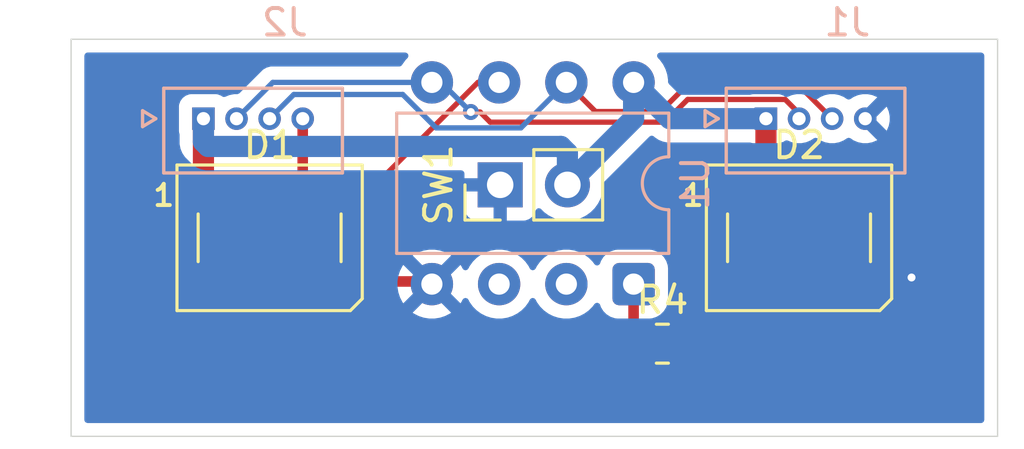
<source format=kicad_pcb>
(kicad_pcb (version 20241229) (generator "pcbnew") (generator_version "9.0")
  (layers (0 "F.Cu" signal) (2 "B.Cu" signal) (13 "F.Paste" user) (15 "B.Paste" user) (5 "F.SilkS" user "F.Silkscreen") (7 "B.SilkS" user "B.Silkscreen") (1 "F.Mask" user) (3 "B.Mask" user) (25 "Edge.Cuts" user))
  (net 0 "")
  (net 1 "Net-(D1-DOUT)")
  (net 2 "DIN")
  (net 3 "GND")
  (net 4 "+5V")
  (net 5 "SDA")
  (net 6 "SCL")
  (net 7 "Net-(U1-~{RESET}{slash}PB5)")
  (footprint "Resistor_SMD:R_0805_2012Metric" (layer "F.Cu") (at 72.3375 111.5)
    (property "Reference" "R4" (at 0 -1.65 0) (layer "F.SilkS"))
    (property "Value" "10k")
    (fp_line (start -0.227064 -0.735) (end 0.227064 -0.735) (stroke (width 0.12)) (layer "F.SilkS"))
    (fp_line (start -0.227064 0.735) (end 0.227064 0.735) (stroke (width 0.12)) (layer "F.SilkS"))
    (pad "1" smd roundrect (at -0.9125 0) (size 1.025 1.4) (layers "F.Cu" "F.Mask" "F.Paste") (roundrect_rratio 0.243902) (net 7 "Net-(U1-~{RESET}{slash}PB5)"))
    (pad "2" smd roundrect (at 0.9125 0) (size 1.025 1.4) (layers "F.Cu" "F.Mask" "F.Paste") (roundrect_rratio 0.243902) (net 4 "+5V"))
  )
  (footprint "LED_SMD:LED_WS2812B_PLCC4_5.0x5.0mm_P3.2mm" (layer "F.Cu") (at 77.5 107.5)
    (property "Reference" "D2" (at 0 -3.5 0) (layer "F.SilkS"))
    (property "Value" "WS2812B")
    (fp_line (start -3.5 -2.75) (end -3.5 2.75) (stroke (width 0.12)) (layer "F.SilkS"))
    (fp_line (start -3.5 -2.75) (end 3.5 -2.75) (stroke (width 0.12)) (layer "F.SilkS"))
    (fp_line (start -3.5 2.75) (end 3.05 2.75) (stroke (width 0.12)) (layer "F.SilkS"))
    (fp_line (start -2.7 0.9) (end -2.7 -0.9) (stroke (width 0.12)) (layer "F.SilkS"))
    (fp_line (start 2.7 0.9) (end 2.7 -0.9) (stroke (width 0.12)) (layer "F.SilkS"))
    (fp_line (start 3.05 2.75) (end 3.5 2.3) (stroke (width 0.12)) (layer "F.SilkS"))
    (fp_line (start 3.5 2.3) (end 3.5 -2.75) (stroke (width 0.12)) (layer "F.SilkS"))
    (fp_text user "1" (at -4 -1.6 0) (layer "F.SilkS") (effects (font (size 0.8 0.8))))
    (pad "1" smd roundrect (at -2.45 -1.65) (size 1.5 0.9) (layers "F.Cu" "F.Mask" "F.Paste") (roundrect_rratio 0.1) (net 4 "+5V"))
    (pad "2" smd roundrect (at -2.45 1.65) (size 1.5 0.9) (layers "F.Cu" "F.Mask" "F.Paste") (roundrect_rratio 0.1))
    (pad "3" smd roundrect (at 2.45 1.65) (size 1.5 0.9) (layers "F.Cu" "F.Mask" "F.Paste") (roundrect_rratio 0.1) (net 3 "GND"))
    (pad "4" smd roundrect (at 2.45 -1.65) (size 1.5 0.9) (layers "F.Cu" "F.Mask" "F.Paste") (roundrect_rratio 0.1) (net 1 "Net-(D1-DOUT)"))
  )
  (footprint "LED_SMD:LED_WS2812B_PLCC4_5.0x5.0mm_P3.2mm" (layer "F.Cu") (at 57.5 107.5)
    (property "Reference" "D1" (at 0 -3.5 0) (layer "F.SilkS"))
    (property "Value" "WS2812B")
    (fp_line (start -3.5 -2.75) (end -3.5 2.75) (stroke (width 0.12)) (layer "F.SilkS"))
    (fp_line (start -3.5 -2.75) (end 3.5 -2.75) (stroke (width 0.12)) (layer "F.SilkS"))
    (fp_line (start -3.5 2.75) (end 3.05 2.75) (stroke (width 0.12)) (layer "F.SilkS"))
    (fp_line (start -2.7 0.9) (end -2.7 -0.9) (stroke (width 0.12)) (layer "F.SilkS"))
    (fp_line (start 2.7 0.9) (end 2.7 -0.9) (stroke (width 0.12)) (layer "F.SilkS"))
    (fp_line (start 3.05 2.75) (end 3.5 2.3) (stroke (width 0.12)) (layer "F.SilkS"))
    (fp_line (start 3.5 2.3) (end 3.5 -2.75) (stroke (width 0.12)) (layer "F.SilkS"))
    (fp_text user "1" (at -4 -1.6 0) (layer "F.SilkS") (effects (font (size 0.8 0.8))))
    (pad "1" smd roundrect (at -2.45 -1.65) (size 1.5 0.9) (layers "F.Cu" "F.Mask" "F.Paste") (roundrect_rratio 0.1) (net 4 "+5V"))
    (pad "2" smd roundrect (at -2.45 1.65) (size 1.5 0.9) (layers "F.Cu" "F.Mask" "F.Paste") (roundrect_rratio 0.1) (net 1 "Net-(D1-DOUT)"))
    (pad "3" smd roundrect (at 2.45 1.65) (size 1.5 0.9) (layers "F.Cu" "F.Mask" "F.Paste") (roundrect_rratio 0.1) (net 3 "GND"))
    (pad "4" smd roundrect (at 2.45 -1.65) (size 1.5 0.9) (layers "F.Cu" "F.Mask" "F.Paste") (roundrect_rratio 0.1) (net 2 "DIN"))
  )
  (footprint "Connector_PinHeader_2.54mm:PinHeader_1x02_P2.54mm_Vertical" (layer "F.Cu") (at 66.21 105.5 90)
    (property "Reference" "SW1" (at 0 -2.33 90) (layer "F.SilkS"))
    (property "Value" "SW_Push")
    (fp_line (start -1.33 -1.33) (end 0 -1.33) (stroke (width 0.12)) (layer "F.SilkS"))
    (fp_line (start -1.33 0) (end -1.33 -1.33) (stroke (width 0.12)) (layer "F.SilkS"))
    (fp_line (start 1.33 1.27) (end 1.33 3.87) (stroke (width 0.12)) (layer "F.SilkS"))
    (fp_line (start -1.33 1.27) (end 1.33 1.27) (stroke (width 0.12)) (layer "F.SilkS"))
    (fp_line (start -1.33 1.27) (end -1.33 3.87) (stroke (width 0.12)) (layer "F.SilkS"))
    (fp_line (start -1.33 3.87) (end 1.33 3.87) (stroke (width 0.12)) (layer "F.SilkS"))
    (pad "1" thru_hole rect (at 0 0 90) (size 1.7 1.7) (drill 1) (layers "*.Cu" "*.Mask") (net 3 "GND"))
    (pad "2" thru_hole oval (at 0 2.54 90) (size 1.7 1.7) (drill 1) (layers "*.Cu" "*.Mask") (net 4 "+5V"))
  )
  (footprint "530470410:MOLEX_530470410" (layer "B.Cu") (at 76.25 103 180)
    (property "Reference" "J1" (at -3.075 3.635 0) (layer "B.SilkS") (effects (justify mirror)))
    (property "Value" "530470410")
    (fp_line (start 2.3 0.3) (end 2.3 -0.3) (stroke (width 0.127)) (layer "B.SilkS"))
    (fp_line (start 2.3 -0.3) (end 1.8 0) (stroke (width 0.127)) (layer "B.SilkS"))
    (fp_line (start 1.8 0) (end 2.3 0.3) (stroke (width 0.127)) (layer "B.SilkS"))
    (fp_line (start 1.5 1.15) (end 1.5 -2.05) (stroke (width 0.127)) (layer "B.SilkS"))
    (fp_line (start 1.5 -2.05) (end -5.25 -2.05) (stroke (width 0.127)) (layer "B.SilkS"))
    (fp_line (start -5.25 1.15) (end 1.5 1.15) (stroke (width 0.127)) (layer "B.SilkS"))
    (fp_line (start -5.25 -2.05) (end -5.25 1.15) (stroke (width 0.127)) (layer "B.SilkS"))
    (pad "1" thru_hole rect (at 0 0 180) (size 0.85 0.85) (drill 0.5) (layers "*.Cu") (net 4 "+5V"))
    (pad "2" thru_hole circle (at -1.25 0 180) (size 0.85 0.85) (drill 0.5) (layers "*.Cu") (net 5 "SDA"))
    (pad "3" thru_hole circle (at -2.5 0 180) (size 0.85 0.85) (drill 0.5) (layers "*.Cu") (net 6 "SCL"))
    (pad "4" thru_hole circle (at -3.75 0 180) (size 0.85 0.85) (drill 0.5) (layers "*.Cu") (net 3 "GND"))
  )
  (footprint "Package_DIP:DIP-8_W7.62mm" (layer "B.Cu") (at 71.25 109.25 90)
    (property "Reference" "U1" (at 3.81 2.33 90) (layer "B.SilkS") (effects (justify mirror)))
    (property "Value" "ATtiny85-20P")
    (fp_line (start 6.46 -8.95) (end 6.46 1.33) (stroke (width 0.12)) (layer "B.SilkS"))
    (fp_line (start 1.16 -8.95) (end 6.46 -8.95) (stroke (width 0.12)) (layer "B.SilkS"))
    (fp_line (start 6.46 1.33) (end 4.81 1.33) (stroke (width 0.12)) (layer "B.SilkS"))
    (fp_line (start 2.81 1.33) (end 1.16 1.33) (stroke (width 0.12)) (layer "B.SilkS"))
    (fp_line (start 1.16 1.33) (end 1.16 -8.95) (stroke (width 0.12)) (layer "B.SilkS"))
    (fp_arc (start 2.81 1.33) (mid 3.81 0.33) (end 4.81 1.33) (stroke (width 0.12)) (layer "B.SilkS"))
    (pad "1" thru_hole roundrect (at 0 0 90) (size 1.6 1.6) (drill 0.8) (layers "*.Cu" "*.Mask") (roundrect_rratio 0.15625) (net 7 "Net-(U1-~{RESET}{slash}PB5)"))
    (pad "2" thru_hole circle (at 0 -2.54 90) (size 1.6 1.6) (drill 0.8) (layers "*.Cu" "*.Mask"))
    (pad "3" thru_hole circle (at 0 -5.08 90) (size 1.6 1.6) (drill 0.8) (layers "*.Cu" "*.Mask"))
    (pad "4" thru_hole circle (at 0 -7.62 90) (size 1.6 1.6) (drill 0.8) (layers "*.Cu" "*.Mask") (net 3 "GND"))
    (pad "5" thru_hole circle (at 7.62 -7.62 90) (size 1.6 1.6) (drill 0.8) (layers "*.Cu" "*.Mask") (net 5 "SDA"))
    (pad "6" thru_hole circle (at 7.62 -5.08 90) (size 1.6 1.6) (drill 0.8) (layers "*.Cu" "*.Mask") (net 2 "DIN"))
    (pad "7" thru_hole circle (at 7.62 -2.54 90) (size 1.6 1.6) (drill 0.8) (layers "*.Cu" "*.Mask") (net 6 "SCL"))
    (pad "8" thru_hole circle (at 7.62 0 90) (size 1.6 1.6) (drill 0.8) (layers "*.Cu" "*.Mask") (net 4 "+5V"))
  )
  (footprint "530470410:MOLEX_530470410" (layer "B.Cu") (at 55 103 180)
    (property "Reference" "J2" (at -3.075 3.635 0) (layer "B.SilkS") (effects (justify mirror)))
    (property "Value" "530470410")
    (fp_line (start 2.3 0.3) (end 2.3 -0.3) (stroke (width 0.127)) (layer "B.SilkS"))
    (fp_line (start 2.3 -0.3) (end 1.8 0) (stroke (width 0.127)) (layer "B.SilkS"))
    (fp_line (start 1.8 0) (end 2.3 0.3) (stroke (width 0.127)) (layer "B.SilkS"))
    (fp_line (start 1.5 1.15) (end 1.5 -2.05) (stroke (width 0.127)) (layer "B.SilkS"))
    (fp_line (start 1.5 -2.05) (end -5.25 -2.05) (stroke (width 0.127)) (layer "B.SilkS"))
    (fp_line (start -5.25 1.15) (end 1.5 1.15) (stroke (width 0.127)) (layer "B.SilkS"))
    (fp_line (start -5.25 -2.05) (end -5.25 1.15) (stroke (width 0.127)) (layer "B.SilkS"))
    (pad "1" thru_hole rect (at 0 0 180) (size 0.85 0.85) (drill 0.5) (layers "*.Cu") (net 4 "+5V"))
    (pad "2" thru_hole circle (at -1.25 0 180) (size 0.85 0.85) (drill 0.5) (layers "*.Cu") (net 5 "SDA"))
    (pad "3" thru_hole circle (at -2.5 0 180) (size 0.85 0.85) (drill 0.5) (layers "*.Cu") (net 6 "SCL"))
    (pad "4" thru_hole circle (at -3.75 0 180) (size 0.85 0.85) (drill 0.5) (layers "*.Cu") (net 3 "GND"))
  )
  (gr_line (start 85 115) (end 50 115) (stroke (width 0.05)) (layer "Edge.Cuts"))
  (gr_line (start 50 100) (end 50 115) (stroke (width 0.05)) (layer "Edge.Cuts"))
  (gr_line (start 85 100) (end 85 115) (stroke (width 0.05)) (layer "Edge.Cuts"))
  (gr_line (start 50 100) (end 85 100) (stroke (width 0.05)) (layer "Edge.Cuts"))
  (segment (start 55.05 109.15) (end 59.15 113.25) (width 0.2) (layer "F.Cu") (net 1))
  (segment (start 59.15 113.25) (end 73.5 113.25) (width 0.2) (layer "F.Cu") (net 1))
  (segment (start 79.95 106.8) (end 79.95 105.85) (width 0.2) (layer "F.Cu") (net 1))
  (segment (start 73.5 113.25) (end 79.95 106.8) (width 0.2) (layer "F.Cu") (net 1))
  (segment (start 61.15 105.85) (end 59.95 105.85) (width 0.2) (layer "F.Cu") (net 2))
  (segment (start 65.37 101.63) (end 61.15 105.85) (width 0.2) (layer "F.Cu") (net 2))
  (segment (start 66.17 101.63) (end 65.37 101.63) (width 0.2) (layer "F.Cu") (net 2))
  (segment (start 58.75 107.95) (end 59.95 109.15) (width 0.4) (layer "F.Cu") (net 3))
  (segment (start 59.95 109.15) (end 63.53 109.15) (width 0.4) (layer "F.Cu") (net 3))
  (segment (start 63.53 109.15) (end 63.63 109.25) (width 0.4) (layer "F.Cu") (net 3))
  (segment (start 81.6 109.15) (end 81.75 109) (width 0.4) (layer "F.Cu") (net 3))
  (segment (start 58.75 103) (end 58.75 107.95) (width 0.4) (layer "F.Cu") (net 3))
  (segment (start 79.95 109.15) (end 81.6 109.15) (width 0.4) (layer "F.Cu") (net 3))
  (via (at 81.75 109) (size 0.6) (drill 0.3) (layers "F.Cu" "B.Cu") (net 3))
  (segment (start 75.05 105.85) (end 73.25 107.65) (width 0.8) (layer "F.Cu") (net 4))
  (segment (start 76.25 103) (end 76.25 104.65) (width 0.8) (layer "F.Cu") (net 4))
  (segment (start 55 105.8) (end 55.05 105.85) (width 0.8) (layer "F.Cu") (net 4))
  (segment (start 76.25 104.65) (end 75.05 105.85) (width 0.8) (layer "F.Cu") (net 4))
  (segment (start 73.25 107.65) (end 73.25 111.5) (width 0.8) (layer "F.Cu") (net 4))
  (segment (start 55 103) (end 55 105.8) (width 0.8) (layer "F.Cu") (net 4))
  (segment (start 72.62 103) (end 71.25 101.63) (width 0.8) (layer "B.Cu") (net 4))
  (segment (start 71.25 103) (end 68.75 105.5) (width 0.8) (layer "B.Cu") (net 4))
  (segment (start 68.501081 104.049) (end 68.75 104.297919) (width 0.8) (layer "B.Cu") (net 4))
  (segment (start 71.25 101.63) (end 71.25 103) (width 0.8) (layer "B.Cu") (net 4))
  (segment (start 55 103) (end 55 103.873) (width 0.8) (layer "B.Cu") (net 4))
  (segment (start 55 103.873) (end 55.176 104.049) (width 0.8) (layer "B.Cu") (net 4))
  (segment (start 55.176 104.049) (end 68.501081 104.049) (width 0.8) (layer "B.Cu") (net 4))
  (segment (start 76.25 103) (end 72.62 103) (width 0.8) (layer "B.Cu") (net 4))
  (segment (start 68.75 104.297919) (end 68.75 105.5) (width 0.8) (layer "B.Cu") (net 4))
  (segment (start 65.100528 102.748) (end 65.450161 102.748) (width 0.2) (layer "F.Cu") (net 5))
  (segment (start 77.5 102.798) (end 77.5 103) (width 0.2) (layer "F.Cu") (net 5))
  (segment (start 65.450161 102.748) (end 65.834161 103.132) (width 0.2) (layer "F.Cu") (net 5))
  (segment (start 73.2931 102.274) (end 76.976 102.274) (width 0.2) (layer "F.Cu") (net 5))
  (segment (start 76.976 102.274) (end 77.5 102.798) (width 0.2) (layer "F.Cu") (net 5))
  (segment (start 65.834161 103.132) (end 72.4351 103.132) (width 0.2) (layer "F.Cu") (net 5))
  (segment (start 72.4351 103.132) (end 73.2931 102.274) (width 0.2) (layer "F.Cu") (net 5))
  (via (at 65.100528 102.748) (size 0.6) (drill 0.3) (layers "F.Cu" "B.Cu") (net 5))
  (segment (start 57.62 101.63) (end 63.63 101.63) (width 0.2) (layer "B.Cu") (net 5))
  (segment (start 63.63 101.63) (end 63.982528 101.63) (width 0.2) (layer "B.Cu") (net 5))
  (segment (start 63.982528 101.63) (end 65.100528 102.748) (width 0.2) (layer "B.Cu") (net 5))
  (segment (start 56.25 103) (end 57.62 101.63) (width 0.2) (layer "B.Cu") (net 5))
  (segment (start 69.811 102.731) (end 68.71 101.63) (width 0.2) (layer "F.Cu") (net 6))
  (segment (start 77.5 101.75) (end 73.25 101.75) (width 0.2) (layer "F.Cu") (net 6))
  (segment (start 78.75 103) (end 77.5 101.75) (width 0.2) (layer "F.Cu") (net 6))
  (segment (start 72.269 102.731) (end 69.811 102.731) (width 0.2) (layer "F.Cu") (net 6))
  (segment (start 73.25 101.75) (end 72.269 102.731) (width 0.2) (layer "F.Cu") (net 6))
  (segment (start 58.41395 102.08605) (end 62.529 102.08605) (width 0.2) (layer "B.Cu") (net 6))
  (segment (start 63.79095 103.348) (end 66.992 103.348) (width 0.2) (layer "B.Cu") (net 6))
  (segment (start 62.529 102.08605) (end 63.79095 103.348) (width 0.2) (layer "B.Cu") (net 6))
  (segment (start 66.992 103.348) (end 68.71 101.63) (width 0.2) (layer "B.Cu") (net 6))
  (segment (start 57.5 103) (end 58.41395 102.08605) (width 0.2) (layer "B.Cu") (net 6))
  (segment (start 71.25 109.25) (end 71.25 111.325) (width 0.4) (layer "F.Cu") (net 7))
  (segment (start 71.25 111.325) (end 71.425 111.5) (width 0.4) (layer "F.Cu") (net 7))
  (zone (net 3) (net_name "GND") (layer "B.Cu") (connect_pads (clearance 0.5)) (min_thickness 0.25) (fill yes (thermal_gap 0.5) (thermal_bridge_width 0.5))
    (polygon (pts (xy 86 99.5) (xy 86 115.5) (xy 49 115.5) (xy 49 99.5)))
  )
)
</source>
